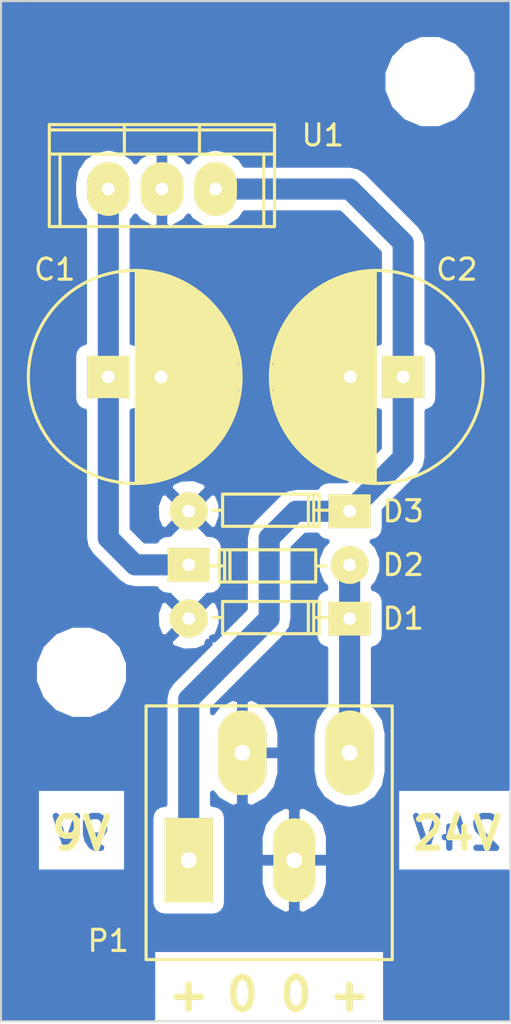
<source format=kicad_pcb>
(kicad_pcb (version 4) (host pcbnew 4.0.2-stable)

  (general
    (links 13)
    (no_connects 0)
    (area 132.307857 89.625 168.682143 139.750001)
    (thickness 1.6)
    (drawings 17)
    (tracks 16)
    (zones 0)
    (modules 9)
    (nets 5)
  )

  (page A4)
  (layers
    (0 F.Cu signal)
    (31 B.Cu signal)
    (32 B.Adhes user)
    (33 F.Adhes user)
    (34 B.Paste user)
    (35 F.Paste user)
    (36 B.SilkS user)
    (37 F.SilkS user)
    (38 B.Mask user)
    (39 F.Mask user)
    (40 Dwgs.User user)
    (41 Cmts.User user)
    (42 Eco1.User user)
    (43 Eco2.User user)
    (44 Edge.Cuts user)
    (45 Margin user)
    (46 B.CrtYd user)
    (47 F.CrtYd user)
    (48 B.Fab user)
    (49 F.Fab user)
  )

  (setup
    (last_trace_width 1)
    (trace_clearance 0.5)
    (zone_clearance 0.508)
    (zone_45_only no)
    (trace_min 0.2)
    (segment_width 0.2)
    (edge_width 0.1)
    (via_size 0.6)
    (via_drill 0.4)
    (via_min_size 0.4)
    (via_min_drill 0.3)
    (uvia_size 0.3)
    (uvia_drill 0.1)
    (uvias_allowed no)
    (uvia_min_size 0.2)
    (uvia_min_drill 0.1)
    (pcb_text_width 0.3)
    (pcb_text_size 1.5 1.5)
    (mod_edge_width 0.15)
    (mod_text_size 1 1)
    (mod_text_width 0.15)
    (pad_size 3.2 3.2)
    (pad_drill 3.2)
    (pad_to_mask_clearance 0)
    (aux_axis_origin 0 0)
    (visible_elements FFFFFF7F)
    (pcbplotparams
      (layerselection 0x00020_00000000)
      (usegerberextensions false)
      (excludeedgelayer true)
      (linewidth 0.100000)
      (plotframeref false)
      (viasonmask false)
      (mode 1)
      (useauxorigin false)
      (hpglpennumber 1)
      (hpglpenspeed 20)
      (hpglpendiameter 15)
      (hpglpenoverlay 2)
      (psnegative false)
      (psa4output false)
      (plotreference true)
      (plotvalue true)
      (plotinvisibletext false)
      (padsonsilk false)
      (subtractmaskfromsilk false)
      (outputformat 4)
      (mirror false)
      (drillshape 0)
      (scaleselection 1)
      (outputdirectory ""))
  )

  (net 0 "")
  (net 1 "Net-(C1-Pad1)")
  (net 2 GND)
  (net 3 "Net-(C2-Pad1)")
  (net 4 "Net-(D1-Pad1)")

  (net_class Default "This is the default net class."
    (clearance 0.5)
    (trace_width 1)
    (via_dia 0.6)
    (via_drill 0.4)
    (uvia_dia 0.3)
    (uvia_drill 0.1)
    (add_net GND)
    (add_net "Net-(C1-Pad1)")
    (add_net "Net-(C2-Pad1)")
    (add_net "Net-(D1-Pad1)")
  )

  (net_class 1 ""
    (clearance 0.5)
    (trace_width 2)
    (via_dia 0.6)
    (via_drill 0.4)
    (uvia_dia 0.3)
    (uvia_drill 0.1)
  )

  (module Dynamite:Diode_DO-35_SOD27_Horizontal_RM7,62 (layer F.Cu) (tedit 56E2BE46) (tstamp 56E27C81)
    (at 154.94 120.65 180)
    (descr "Diode, DO-35,  SOD27, Horizontal, RM 10mm")
    (tags "Diode, DO-35, SOD27, Horizontal, RM 10mm, 1N4148,")
    (path /53F1F707)
    (fp_text reference D1 (at -2.54 0 180) (layer F.SilkS)
      (effects (font (size 1 1) (thickness 0.15)))
    )
    (fp_text value 1N4007 (at 4.41452 -3.55854 180) (layer F.Fab) hide
      (effects (font (size 1 1) (thickness 0.15)))
    )
    (fp_line (start 6.01652 0.04746) (end 6.5 0.04746) (layer F.SilkS) (width 0.15))
    (fp_line (start 1.57152 0.04746) (end 1 0.04746) (layer F.SilkS) (width 0.15))
    (fp_line (start 1.95252 -0.71454) (end 1.95252 0.80946) (layer F.SilkS) (width 0.15))
    (fp_line (start 1.69852 -0.71454) (end 1.69852 0.80946) (layer F.SilkS) (width 0.15))
    (fp_line (start 1.44452 0.04746) (end 1.44452 0.80946) (layer F.SilkS) (width 0.15))
    (fp_line (start 1.44452 0.80946) (end 6.01652 0.80946) (layer F.SilkS) (width 0.15))
    (fp_line (start 6.01652 0.80946) (end 6.01652 -0.71454) (layer F.SilkS) (width 0.15))
    (fp_line (start 6.01652 -0.71454) (end 1.44452 -0.71454) (layer F.SilkS) (width 0.15))
    (fp_line (start 1.44452 -0.71454) (end 1.44452 0.04746) (layer F.SilkS) (width 0.15))
    (pad 2 thru_hole circle (at 7.62 0) (size 1.8 1.8) (drill 0.6) (layers *.Cu *.Mask F.SilkS)
      (net 2 GND))
    (pad 1 thru_hole rect (at 0.00052 -0.00254) (size 2 1.6) (drill 0.6) (layers *.Cu *.Mask F.SilkS)
      (net 4 "Net-(D1-Pad1)"))
    (model Diodes_ThroughHole.3dshapes/Diode_DO-35_SOD27_Horizontal_RM10.wrl
      (at (xyz 0.2 0 0))
      (scale (xyz 0.4 0.4 0.4))
      (rotate (xyz 0 0 180))
    )
  )

  (module Dynamite:Diode_DO-35_SOD27_Horizontal_RM7,62 (layer F.Cu) (tedit 56E2BE3F) (tstamp 56E27C90)
    (at 147.32 118.11)
    (descr "Diode, DO-35,  SOD27, Horizontal, RM 10mm")
    (tags "Diode, DO-35, SOD27, Horizontal, RM 10mm, 1N4148,")
    (path /53F1F6F8)
    (fp_text reference D2 (at 10.16 0) (layer F.SilkS)
      (effects (font (size 1 1) (thickness 0.15)))
    )
    (fp_text value 1N4007 (at 4.41452 -3.55854) (layer F.Fab) hide
      (effects (font (size 1 1) (thickness 0.15)))
    )
    (fp_line (start 6.01652 0.04746) (end 6.5 0.04746) (layer F.SilkS) (width 0.15))
    (fp_line (start 1.57152 0.04746) (end 1 0.04746) (layer F.SilkS) (width 0.15))
    (fp_line (start 1.95252 -0.71454) (end 1.95252 0.80946) (layer F.SilkS) (width 0.15))
    (fp_line (start 1.69852 -0.71454) (end 1.69852 0.80946) (layer F.SilkS) (width 0.15))
    (fp_line (start 1.44452 0.04746) (end 1.44452 0.80946) (layer F.SilkS) (width 0.15))
    (fp_line (start 1.44452 0.80946) (end 6.01652 0.80946) (layer F.SilkS) (width 0.15))
    (fp_line (start 6.01652 0.80946) (end 6.01652 -0.71454) (layer F.SilkS) (width 0.15))
    (fp_line (start 6.01652 -0.71454) (end 1.44452 -0.71454) (layer F.SilkS) (width 0.15))
    (fp_line (start 1.44452 -0.71454) (end 1.44452 0.04746) (layer F.SilkS) (width 0.15))
    (pad 2 thru_hole circle (at 7.62 0 180) (size 1.8 1.8) (drill 0.6) (layers *.Cu *.Mask F.SilkS)
      (net 4 "Net-(D1-Pad1)"))
    (pad 1 thru_hole rect (at 0.00052 -0.00254 180) (size 2 1.6) (drill 0.6) (layers *.Cu *.Mask F.SilkS)
      (net 1 "Net-(C1-Pad1)"))
    (model Diodes_ThroughHole.3dshapes/Diode_DO-35_SOD27_Horizontal_RM10.wrl
      (at (xyz 0.2 0 0))
      (scale (xyz 0.4 0.4 0.4))
      (rotate (xyz 0 0 180))
    )
  )

  (module Dynamite:Diode_DO-35_SOD27_Horizontal_RM7,62 (layer F.Cu) (tedit 56E2BE51) (tstamp 56E27C9F)
    (at 154.94 115.57 180)
    (descr "Diode, DO-35,  SOD27, Horizontal, RM 10mm")
    (tags "Diode, DO-35, SOD27, Horizontal, RM 10mm, 1N4148,")
    (path /56E16636)
    (fp_text reference D3 (at -2.54 0 180) (layer F.SilkS)
      (effects (font (size 1 1) (thickness 0.15)))
    )
    (fp_text value 10V (at 4.41452 -3.55854 180) (layer F.Fab) hide
      (effects (font (size 1 1) (thickness 0.15)))
    )
    (fp_line (start 6.01652 0.04746) (end 6.5 0.04746) (layer F.SilkS) (width 0.15))
    (fp_line (start 1.57152 0.04746) (end 1 0.04746) (layer F.SilkS) (width 0.15))
    (fp_line (start 1.95252 -0.71454) (end 1.95252 0.80946) (layer F.SilkS) (width 0.15))
    (fp_line (start 1.69852 -0.71454) (end 1.69852 0.80946) (layer F.SilkS) (width 0.15))
    (fp_line (start 1.44452 0.04746) (end 1.44452 0.80946) (layer F.SilkS) (width 0.15))
    (fp_line (start 1.44452 0.80946) (end 6.01652 0.80946) (layer F.SilkS) (width 0.15))
    (fp_line (start 6.01652 0.80946) (end 6.01652 -0.71454) (layer F.SilkS) (width 0.15))
    (fp_line (start 6.01652 -0.71454) (end 1.44452 -0.71454) (layer F.SilkS) (width 0.15))
    (fp_line (start 1.44452 -0.71454) (end 1.44452 0.04746) (layer F.SilkS) (width 0.15))
    (pad 2 thru_hole circle (at 7.62 0) (size 1.8 1.8) (drill 0.6) (layers *.Cu *.Mask F.SilkS)
      (net 2 GND))
    (pad 1 thru_hole rect (at 0.00052 -0.00254) (size 2 1.6) (drill 0.6) (layers *.Cu *.Mask F.SilkS)
      (net 3 "Net-(C2-Pad1)"))
    (model Diodes_ThroughHole.3dshapes/Diode_DO-35_SOD27_Horizontal_RM10.wrl
      (at (xyz 0.2 0 0))
      (scale (xyz 0.4 0.4 0.4))
      (rotate (xyz 0 0 180))
    )
  )

  (module Dynamite:Wago_250-1404 (layer F.Cu) (tedit 56E2BE29) (tstamp 56E27CAF)
    (at 147.32 132.08)
    (descr CONNECTOR)
    (tags CONNECTOR)
    (path /53F1F727)
    (attr virtual)
    (fp_text reference P1 (at -3.81 3.81) (layer F.SilkS)
      (effects (font (size 1 1) (thickness 0.15)))
    )
    (fp_text value 250-1404 (at 3.98 3.92) (layer F.Fab) hide
      (effects (font (size 1 1) (thickness 0.15)))
    )
    (fp_line (start 9.64 -7.3) (end -2.02 -7.3) (layer F.CrtYd) (width 0.05))
    (fp_line (start 9.64 4.7) (end 9.64 -7.3) (layer F.CrtYd) (width 0.05))
    (fp_line (start -2.02 4.7) (end 9.64 4.7) (layer F.CrtYd) (width 0.05))
    (fp_line (start -2.02 -7.3) (end -2.02 4.7) (layer F.CrtYd) (width 0.05))
    (fp_line (start -2.02 -7.3) (end 9.64 -7.3) (layer F.SilkS) (width 0.15))
    (fp_line (start -2.02 4.7) (end 9.64 4.7) (layer F.SilkS) (width 0.15))
    (fp_line (start -2.02 4.7) (end -2.02 -7.3) (layer F.SilkS) (width 0.15))
    (fp_line (start 9.64 -7.3) (end 9.64 4.7) (layer F.SilkS) (width 0.15))
    (pad 4 thru_hole oval (at 7.62 -5.08) (size 2.3 4) (drill 0.75) (layers *.Cu F.Paste F.SilkS F.Mask)
      (net 4 "Net-(D1-Pad1)"))
    (pad 2 thru_hole oval (at 2.54 -5.08) (size 2.3 4) (drill 0.75) (layers *.Cu F.Paste F.SilkS F.Mask)
      (net 2 GND))
    (pad 1 thru_hole rect (at 0 0) (size 2.3 4) (drill 0.75) (layers *.Cu F.Paste F.SilkS F.Mask)
      (net 3 "Net-(C2-Pad1)"))
    (pad 3 thru_hole oval (at 5 0) (size 1.9812 3.9624) (drill 0.75) (layers *.Cu F.Paste F.SilkS F.Mask)
      (net 2 GND))
  )

  (module Dynamite:TO-220 (layer F.Cu) (tedit 56E2BE69) (tstamp 56E27CC0)
    (at 146.05 100.33)
    (descr "Non Isolated JEDEC TO-220 Package")
    (tags "Power Integration YN Package")
    (path /53F1F6B1)
    (fp_text reference U1 (at 7.62 -2.54) (layer F.SilkS)
      (effects (font (size 1 1) (thickness 0.15)))
    )
    (fp_text value R-78C9-1,0 (at 0 -4.318) (layer F.Fab) hide
      (effects (font (size 1 1) (thickness 0.15)))
    )
    (fp_line (start 4.826 -1.651) (end 4.826 1.778) (layer F.SilkS) (width 0.15))
    (fp_line (start -4.826 -1.651) (end -4.826 1.778) (layer F.SilkS) (width 0.15))
    (fp_line (start 5.334 -2.794) (end -5.334 -2.794) (layer F.SilkS) (width 0.15))
    (fp_line (start 1.778 -1.778) (end 1.778 -3.048) (layer F.SilkS) (width 0.15))
    (fp_line (start -1.778 -1.778) (end -1.778 -3.048) (layer F.SilkS) (width 0.15))
    (fp_line (start -5.334 -1.651) (end 5.334 -1.651) (layer F.SilkS) (width 0.15))
    (fp_line (start 5.334 1.778) (end -5.334 1.778) (layer F.SilkS) (width 0.15))
    (fp_line (start -5.334 -3.048) (end -5.334 1.778) (layer F.SilkS) (width 0.15))
    (fp_line (start 5.334 -3.048) (end 5.334 1.778) (layer F.SilkS) (width 0.15))
    (fp_line (start 5.334 -3.048) (end -5.334 -3.048) (layer F.SilkS) (width 0.15))
    (pad 2 thru_hole oval (at 0 0) (size 2.032 2.54) (drill 0.6) (layers *.Cu *.Mask F.SilkS)
      (net 2 GND))
    (pad 3 thru_hole oval (at 2.54 0) (size 2.032 2.54) (drill 0.6) (layers *.Cu *.Mask F.SilkS)
      (net 3 "Net-(C2-Pad1)"))
    (pad 1 thru_hole oval (at -2.54 0) (size 2.032 2.54) (drill 0.6) (layers *.Cu *.Mask F.SilkS)
      (net 1 "Net-(C1-Pad1)"))
  )

  (module Dynamite:C_Radial_D10_L20_P2.5 (layer F.Cu) (tedit 56E2BE64) (tstamp 56E27FDA)
    (at 143.51 109.22)
    (descr "Radial Electrolytic Capacitor Diameter 10mm x Length 20mm, Pitch 2.5mm")
    (tags "Electrolytic Capacitor")
    (path /53F1F76F)
    (fp_text reference C1 (at -2.54 -5.08) (layer F.SilkS)
      (effects (font (size 1 1) (thickness 0.15)))
    )
    (fp_text value 10uF (at 1.25 6.3) (layer F.Fab) hide
      (effects (font (size 1 1) (thickness 0.15)))
    )
    (fp_line (start 1.325 -4.999) (end 1.325 4.999) (layer F.SilkS) (width 0.15))
    (fp_line (start 1.465 -4.995) (end 1.465 4.995) (layer F.SilkS) (width 0.15))
    (fp_line (start 1.605 -4.987) (end 1.605 -0.446) (layer F.SilkS) (width 0.15))
    (fp_line (start 1.605 0.446) (end 1.605 4.987) (layer F.SilkS) (width 0.15))
    (fp_line (start 1.745 -4.975) (end 1.745 -0.656) (layer F.SilkS) (width 0.15))
    (fp_line (start 1.745 0.656) (end 1.745 4.975) (layer F.SilkS) (width 0.15))
    (fp_line (start 1.885 -4.96) (end 1.885 -0.789) (layer F.SilkS) (width 0.15))
    (fp_line (start 1.885 0.789) (end 1.885 4.96) (layer F.SilkS) (width 0.15))
    (fp_line (start 2.025 -4.94) (end 2.025 -0.88) (layer F.SilkS) (width 0.15))
    (fp_line (start 2.025 0.88) (end 2.025 4.94) (layer F.SilkS) (width 0.15))
    (fp_line (start 2.165 -4.916) (end 2.165 -0.942) (layer F.SilkS) (width 0.15))
    (fp_line (start 2.165 0.942) (end 2.165 4.916) (layer F.SilkS) (width 0.15))
    (fp_line (start 2.305 -4.887) (end 2.305 -0.981) (layer F.SilkS) (width 0.15))
    (fp_line (start 2.305 0.981) (end 2.305 4.887) (layer F.SilkS) (width 0.15))
    (fp_line (start 2.445 -4.855) (end 2.445 -0.998) (layer F.SilkS) (width 0.15))
    (fp_line (start 2.445 0.998) (end 2.445 4.855) (layer F.SilkS) (width 0.15))
    (fp_line (start 2.585 -4.818) (end 2.585 -0.996) (layer F.SilkS) (width 0.15))
    (fp_line (start 2.585 0.996) (end 2.585 4.818) (layer F.SilkS) (width 0.15))
    (fp_line (start 2.725 -4.777) (end 2.725 -0.974) (layer F.SilkS) (width 0.15))
    (fp_line (start 2.725 0.974) (end 2.725 4.777) (layer F.SilkS) (width 0.15))
    (fp_line (start 2.865 -4.732) (end 2.865 -0.931) (layer F.SilkS) (width 0.15))
    (fp_line (start 2.865 0.931) (end 2.865 4.732) (layer F.SilkS) (width 0.15))
    (fp_line (start 3.005 -4.682) (end 3.005 -0.863) (layer F.SilkS) (width 0.15))
    (fp_line (start 3.005 0.863) (end 3.005 4.682) (layer F.SilkS) (width 0.15))
    (fp_line (start 3.145 -4.627) (end 3.145 -0.764) (layer F.SilkS) (width 0.15))
    (fp_line (start 3.145 0.764) (end 3.145 4.627) (layer F.SilkS) (width 0.15))
    (fp_line (start 3.285 -4.567) (end 3.285 -0.619) (layer F.SilkS) (width 0.15))
    (fp_line (start 3.285 0.619) (end 3.285 4.567) (layer F.SilkS) (width 0.15))
    (fp_line (start 3.425 -4.502) (end 3.425 -0.38) (layer F.SilkS) (width 0.15))
    (fp_line (start 3.425 0.38) (end 3.425 4.502) (layer F.SilkS) (width 0.15))
    (fp_line (start 3.565 -4.432) (end 3.565 4.432) (layer F.SilkS) (width 0.15))
    (fp_line (start 3.705 -4.356) (end 3.705 4.356) (layer F.SilkS) (width 0.15))
    (fp_line (start 3.845 -4.274) (end 3.845 4.274) (layer F.SilkS) (width 0.15))
    (fp_line (start 3.985 -4.186) (end 3.985 4.186) (layer F.SilkS) (width 0.15))
    (fp_line (start 4.125 -4.091) (end 4.125 4.091) (layer F.SilkS) (width 0.15))
    (fp_line (start 4.265 -3.989) (end 4.265 3.989) (layer F.SilkS) (width 0.15))
    (fp_line (start 4.405 -3.879) (end 4.405 3.879) (layer F.SilkS) (width 0.15))
    (fp_line (start 4.545 -3.761) (end 4.545 3.761) (layer F.SilkS) (width 0.15))
    (fp_line (start 4.685 -3.633) (end 4.685 3.633) (layer F.SilkS) (width 0.15))
    (fp_line (start 4.825 -3.496) (end 4.825 3.496) (layer F.SilkS) (width 0.15))
    (fp_line (start 4.965 -3.346) (end 4.965 3.346) (layer F.SilkS) (width 0.15))
    (fp_line (start 5.105 -3.184) (end 5.105 3.184) (layer F.SilkS) (width 0.15))
    (fp_line (start 5.245 -3.007) (end 5.245 3.007) (layer F.SilkS) (width 0.15))
    (fp_line (start 5.385 -2.811) (end 5.385 2.811) (layer F.SilkS) (width 0.15))
    (fp_line (start 5.525 -2.593) (end 5.525 2.593) (layer F.SilkS) (width 0.15))
    (fp_line (start 5.665 -2.347) (end 5.665 2.347) (layer F.SilkS) (width 0.15))
    (fp_line (start 5.805 -2.062) (end 5.805 2.062) (layer F.SilkS) (width 0.15))
    (fp_line (start 5.945 -1.72) (end 5.945 1.72) (layer F.SilkS) (width 0.15))
    (fp_line (start 6.085 -1.274) (end 6.085 1.274) (layer F.SilkS) (width 0.15))
    (fp_line (start 6.225 -0.499) (end 6.225 0.499) (layer F.SilkS) (width 0.15))
    (fp_circle (center 2.5 0) (end 2.5 -1) (layer F.SilkS) (width 0.15))
    (fp_circle (center 1.25 0) (end 1.25 -5.0375) (layer F.SilkS) (width 0.15))
    (fp_circle (center 1.25 0) (end 1.25 -5.3) (layer F.CrtYd) (width 0.05))
    (pad 2 thru_hole circle (at 2.5 0) (size 2 2) (drill 0.6) (layers *.Cu *.Mask F.SilkS)
      (net 2 GND))
    (pad 1 thru_hole rect (at 0 0) (size 2 2) (drill 0.6) (layers *.Cu *.Mask F.SilkS)
      (net 1 "Net-(C1-Pad1)"))
    (model Capacitors_ThroughHole.3dshapes/C_Radial_D10_L20_P2.5.wrl
      (at (xyz 0 0 0))
      (scale (xyz 1 1 1))
      (rotate (xyz 0 0 0))
    )
  )

  (module Dynamite:C_Radial_D10_L20_P2.5 (layer F.Cu) (tedit 56E2BE5E) (tstamp 56E28014)
    (at 157.48 109.22 180)
    (descr "Radial Electrolytic Capacitor Diameter 10mm x Length 20mm, Pitch 2.5mm")
    (tags "Electrolytic Capacitor")
    (path /53F1F77E)
    (fp_text reference C2 (at -2.54 5.08 180) (layer F.SilkS)
      (effects (font (size 1 1) (thickness 0.15)))
    )
    (fp_text value 10uF (at 1.25 6.3 180) (layer F.Fab) hide
      (effects (font (size 1 1) (thickness 0.15)))
    )
    (fp_line (start 1.325 -4.999) (end 1.325 4.999) (layer F.SilkS) (width 0.15))
    (fp_line (start 1.465 -4.995) (end 1.465 4.995) (layer F.SilkS) (width 0.15))
    (fp_line (start 1.605 -4.987) (end 1.605 -0.446) (layer F.SilkS) (width 0.15))
    (fp_line (start 1.605 0.446) (end 1.605 4.987) (layer F.SilkS) (width 0.15))
    (fp_line (start 1.745 -4.975) (end 1.745 -0.656) (layer F.SilkS) (width 0.15))
    (fp_line (start 1.745 0.656) (end 1.745 4.975) (layer F.SilkS) (width 0.15))
    (fp_line (start 1.885 -4.96) (end 1.885 -0.789) (layer F.SilkS) (width 0.15))
    (fp_line (start 1.885 0.789) (end 1.885 4.96) (layer F.SilkS) (width 0.15))
    (fp_line (start 2.025 -4.94) (end 2.025 -0.88) (layer F.SilkS) (width 0.15))
    (fp_line (start 2.025 0.88) (end 2.025 4.94) (layer F.SilkS) (width 0.15))
    (fp_line (start 2.165 -4.916) (end 2.165 -0.942) (layer F.SilkS) (width 0.15))
    (fp_line (start 2.165 0.942) (end 2.165 4.916) (layer F.SilkS) (width 0.15))
    (fp_line (start 2.305 -4.887) (end 2.305 -0.981) (layer F.SilkS) (width 0.15))
    (fp_line (start 2.305 0.981) (end 2.305 4.887) (layer F.SilkS) (width 0.15))
    (fp_line (start 2.445 -4.855) (end 2.445 -0.998) (layer F.SilkS) (width 0.15))
    (fp_line (start 2.445 0.998) (end 2.445 4.855) (layer F.SilkS) (width 0.15))
    (fp_line (start 2.585 -4.818) (end 2.585 -0.996) (layer F.SilkS) (width 0.15))
    (fp_line (start 2.585 0.996) (end 2.585 4.818) (layer F.SilkS) (width 0.15))
    (fp_line (start 2.725 -4.777) (end 2.725 -0.974) (layer F.SilkS) (width 0.15))
    (fp_line (start 2.725 0.974) (end 2.725 4.777) (layer F.SilkS) (width 0.15))
    (fp_line (start 2.865 -4.732) (end 2.865 -0.931) (layer F.SilkS) (width 0.15))
    (fp_line (start 2.865 0.931) (end 2.865 4.732) (layer F.SilkS) (width 0.15))
    (fp_line (start 3.005 -4.682) (end 3.005 -0.863) (layer F.SilkS) (width 0.15))
    (fp_line (start 3.005 0.863) (end 3.005 4.682) (layer F.SilkS) (width 0.15))
    (fp_line (start 3.145 -4.627) (end 3.145 -0.764) (layer F.SilkS) (width 0.15))
    (fp_line (start 3.145 0.764) (end 3.145 4.627) (layer F.SilkS) (width 0.15))
    (fp_line (start 3.285 -4.567) (end 3.285 -0.619) (layer F.SilkS) (width 0.15))
    (fp_line (start 3.285 0.619) (end 3.285 4.567) (layer F.SilkS) (width 0.15))
    (fp_line (start 3.425 -4.502) (end 3.425 -0.38) (layer F.SilkS) (width 0.15))
    (fp_line (start 3.425 0.38) (end 3.425 4.502) (layer F.SilkS) (width 0.15))
    (fp_line (start 3.565 -4.432) (end 3.565 4.432) (layer F.SilkS) (width 0.15))
    (fp_line (start 3.705 -4.356) (end 3.705 4.356) (layer F.SilkS) (width 0.15))
    (fp_line (start 3.845 -4.274) (end 3.845 4.274) (layer F.SilkS) (width 0.15))
    (fp_line (start 3.985 -4.186) (end 3.985 4.186) (layer F.SilkS) (width 0.15))
    (fp_line (start 4.125 -4.091) (end 4.125 4.091) (layer F.SilkS) (width 0.15))
    (fp_line (start 4.265 -3.989) (end 4.265 3.989) (layer F.SilkS) (width 0.15))
    (fp_line (start 4.405 -3.879) (end 4.405 3.879) (layer F.SilkS) (width 0.15))
    (fp_line (start 4.545 -3.761) (end 4.545 3.761) (layer F.SilkS) (width 0.15))
    (fp_line (start 4.685 -3.633) (end 4.685 3.633) (layer F.SilkS) (width 0.15))
    (fp_line (start 4.825 -3.496) (end 4.825 3.496) (layer F.SilkS) (width 0.15))
    (fp_line (start 4.965 -3.346) (end 4.965 3.346) (layer F.SilkS) (width 0.15))
    (fp_line (start 5.105 -3.184) (end 5.105 3.184) (layer F.SilkS) (width 0.15))
    (fp_line (start 5.245 -3.007) (end 5.245 3.007) (layer F.SilkS) (width 0.15))
    (fp_line (start 5.385 -2.811) (end 5.385 2.811) (layer F.SilkS) (width 0.15))
    (fp_line (start 5.525 -2.593) (end 5.525 2.593) (layer F.SilkS) (width 0.15))
    (fp_line (start 5.665 -2.347) (end 5.665 2.347) (layer F.SilkS) (width 0.15))
    (fp_line (start 5.805 -2.062) (end 5.805 2.062) (layer F.SilkS) (width 0.15))
    (fp_line (start 5.945 -1.72) (end 5.945 1.72) (layer F.SilkS) (width 0.15))
    (fp_line (start 6.085 -1.274) (end 6.085 1.274) (layer F.SilkS) (width 0.15))
    (fp_line (start 6.225 -0.499) (end 6.225 0.499) (layer F.SilkS) (width 0.15))
    (fp_circle (center 2.5 0) (end 2.5 -1) (layer F.SilkS) (width 0.15))
    (fp_circle (center 1.25 0) (end 1.25 -5.0375) (layer F.SilkS) (width 0.15))
    (fp_circle (center 1.25 0) (end 1.25 -5.3) (layer F.CrtYd) (width 0.05))
    (pad 2 thru_hole circle (at 2.5 0 180) (size 2 2) (drill 0.6) (layers *.Cu *.Mask F.SilkS)
      (net 2 GND))
    (pad 1 thru_hole rect (at 0 0 180) (size 2 2) (drill 0.6) (layers *.Cu *.Mask F.SilkS)
      (net 3 "Net-(C2-Pad1)"))
    (model Capacitors_ThroughHole.3dshapes/C_Radial_D10_L20_P2.5.wrl
      (at (xyz 0 0 0))
      (scale (xyz 1 1 1))
      (rotate (xyz 0 0 0))
    )
  )

  (module Mounting_Holes:MountingHole_3.2mm_M3 (layer F.Cu) (tedit 56E2BE2F) (tstamp 56E2BD02)
    (at 142.24 123.19)
    (descr "Mounting Hole 3.2mm, no annular, M3")
    (tags "mounting hole 3.2mm no annular m3")
    (fp_text reference REF** (at 0 -4.2) (layer F.SilkS) hide
      (effects (font (size 1 1) (thickness 0.15)))
    )
    (fp_text value MountingHole_3.2mm_M3 (at 0 4.2) (layer F.Fab) hide
      (effects (font (size 1 1) (thickness 0.15)))
    )
    (fp_circle (center 0 0) (end 3.2 0) (layer Cmts.User) (width 0.15))
    (fp_circle (center 0 0) (end 3.45 0) (layer F.CrtYd) (width 0.05))
    (pad "" np_thru_hole circle (at 0 0) (size 3.2 3.2) (drill 3.2) (layers *.Cu *.Mask))
  )

  (module Mounting_Holes:MountingHole_3.2mm_M3 (layer F.Cu) (tedit 56E2BE73) (tstamp 56E2BD05)
    (at 158.75 95.25)
    (descr "Mounting Hole 3.2mm, no annular, M3")
    (tags "mounting hole 3.2mm no annular m3")
    (fp_text reference REF** (at 0 -4.2) (layer F.SilkS) hide
      (effects (font (size 1 1) (thickness 0.15)))
    )
    (fp_text value MountingHole_3.2mm_M3 (at 0 4.2) (layer F.Fab) hide
      (effects (font (size 1 1) (thickness 0.15)))
    )
    (fp_circle (center 0 0) (end 3.2 0) (layer Cmts.User) (width 0.15))
    (fp_circle (center 0 0) (end 3.45 0) (layer F.CrtYd) (width 0.05))
    (pad "" np_thru_hole circle (at 0 0) (size 3.2 3.2) (drill 3.2) (layers *.Cu *.Mask))
  )

  (gr_text + (at 154.94 138.43) (layer F.SilkS)
    (effects (font (size 1.5 1.5) (thickness 0.3)))
  )
  (gr_text 0 (at 152.4 138.43) (layer F.SilkS)
    (effects (font (size 1.5 1.5) (thickness 0.3)))
  )
  (gr_text 0 (at 149.86 138.43) (layer F.SilkS)
    (effects (font (size 1.5 1.5) (thickness 0.3)))
  )
  (gr_text + (at 147.32 138.43) (layer F.SilkS)
    (effects (font (size 1.5 1.5) (thickness 0.3)))
  )
  (gr_text 9V (at 142.24 130.81) (layer F.SilkS)
    (effects (font (size 1.5 1.5) (thickness 0.3)))
  )
  (gr_text 24V (at 160.02 130.81) (layer F.SilkS)
    (effects (font (size 1.5 1.5) (thickness 0.3)))
  )
  (gr_line (start 138.43 91.44) (end 139.7 91.44) (angle 90) (layer Edge.Cuts) (width 0.1))
  (gr_line (start 138.43 139.7) (end 138.43 91.44) (angle 90) (layer Edge.Cuts) (width 0.1))
  (gr_line (start 162.56 139.7) (end 138.43 139.7) (angle 90) (layer Edge.Cuts) (width 0.1))
  (gr_line (start 162.56 91.44) (end 162.56 139.7) (angle 90) (layer Edge.Cuts) (width 0.1))
  (gr_line (start 138.43 91.44) (end 162.56 91.44) (angle 90) (layer Edge.Cuts) (width 0.1))
  (gr_text + (at 154.94 138.43) (layer B.Cu)
    (effects (font (size 1.5 1.5) (thickness 0.3)) (justify mirror))
  )
  (gr_text 0 (at 152.4 138.43) (layer B.Cu)
    (effects (font (size 1.5 1.5) (thickness 0.3)) (justify mirror))
  )
  (gr_text 0 (at 149.86 138.43) (layer B.Cu)
    (effects (font (size 1.5 1.5) (thickness 0.3)) (justify mirror))
  )
  (gr_text + (at 147.32 138.43) (layer B.Cu)
    (effects (font (size 1.5 1.5) (thickness 0.3)) (justify mirror))
  )
  (gr_text 9V (at 142.24 130.81) (layer B.Cu)
    (effects (font (size 1.5 1.5) (thickness 0.3)) (justify mirror))
  )
  (gr_text 24V (at 160.02 130.81) (layer B.Cu)
    (effects (font (size 1.5 1.5) (thickness 0.3)) (justify mirror))
  )

  (segment (start 143.51 109.22) (end 143.51 100.33) (width 1) (layer B.Cu) (net 1))
  (segment (start 143.51 109.22) (end 143.51 116.84) (width 1) (layer B.Cu) (net 1))
  (segment (start 144.77746 118.10746) (end 147.32052 118.10746) (width 1) (layer B.Cu) (net 1) (tstamp 56E2B9B5))
  (segment (start 143.51 116.84) (end 144.77746 118.10746) (width 1) (layer B.Cu) (net 1) (tstamp 56E2B9B1))
  (segment (start 148.59 100.33) (end 154.94 100.33) (width 1) (layer B.Cu) (net 3))
  (segment (start 157.48 102.87) (end 157.48 109.22) (width 1) (layer B.Cu) (net 3) (tstamp 56E2BD27))
  (segment (start 154.94 100.33) (end 157.48 102.87) (width 1) (layer B.Cu) (net 3) (tstamp 56E2BD26))
  (segment (start 147.32 132.08) (end 147.32 124.46) (width 1) (layer B.Cu) (net 3))
  (segment (start 152.39746 115.57254) (end 154.93948 115.57254) (width 1) (layer B.Cu) (net 3) (tstamp 56E2BA1D))
  (segment (start 151.13 116.84) (end 152.39746 115.57254) (width 1) (layer B.Cu) (net 3) (tstamp 56E2BA1B))
  (segment (start 151.13 120.65) (end 151.13 116.84) (width 1) (layer B.Cu) (net 3) (tstamp 56E2BA14))
  (segment (start 147.32 124.46) (end 151.13 120.65) (width 1) (layer B.Cu) (net 3) (tstamp 56E2BA09))
  (segment (start 157.48 109.22) (end 157.48 113.03202) (width 1) (layer B.Cu) (net 3))
  (segment (start 157.48 113.03202) (end 154.93948 115.57254) (width 1) (layer B.Cu) (net 3) (tstamp 56E2B9C9))
  (segment (start 154.94 127) (end 154.94 120.65306) (width 1) (layer B.Cu) (net 4))
  (segment (start 154.94 120.65306) (end 154.94 118.11) (width 1) (layer B.Cu) (net 4) (tstamp 56E2BA00))

  (zone (net 2) (net_name GND) (layer B.Cu) (tstamp 56E2BA44) (hatch edge 0.508)
    (connect_pads (clearance 0.508))
    (min_thickness 0.254)
    (fill yes (arc_segments 16) (thermal_gap 0.508) (thermal_bridge_width 0.508))
    (polygon
      (pts
        (xy 162.56 139.7) (xy 138.43 139.7) (xy 138.43 91.44) (xy 162.56 91.44) (xy 162.56 139.7)
      )
    )
    (filled_polygon
      (pts
        (xy 162.433 128.675) (xy 157.163572 128.675) (xy 157.163572 132.645) (xy 162.433 132.645) (xy 162.433 139.573)
        (xy 156.653572 139.573) (xy 156.653572 136.295) (xy 145.606429 136.295) (xy 145.606429 139.573) (xy 138.557 139.573)
        (xy 138.557 128.675) (xy 140.097858 128.675) (xy 140.097858 132.645) (xy 144.382143 132.645) (xy 144.382143 130.08)
        (xy 145.52256 130.08) (xy 145.52256 134.08) (xy 145.566838 134.315317) (xy 145.70591 134.531441) (xy 145.91811 134.676431)
        (xy 146.17 134.72744) (xy 148.47 134.72744) (xy 148.705317 134.683162) (xy 148.921441 134.54409) (xy 149.066431 134.33189)
        (xy 149.11744 134.08) (xy 149.11744 132.207) (xy 150.6944 132.207) (xy 150.6944 133.1976) (xy 150.866742 133.810023)
        (xy 151.26033 134.309876) (xy 151.815243 134.62106) (xy 151.941041 134.651411) (xy 152.193 134.531942) (xy 152.193 132.207)
        (xy 152.447 132.207) (xy 152.447 134.531942) (xy 152.698959 134.651411) (xy 152.824757 134.62106) (xy 153.37967 134.309876)
        (xy 153.773258 133.810023) (xy 153.9456 133.1976) (xy 153.9456 132.207) (xy 152.447 132.207) (xy 152.193 132.207)
        (xy 150.6944 132.207) (xy 149.11744 132.207) (xy 149.11744 130.9624) (xy 150.6944 130.9624) (xy 150.6944 131.953)
        (xy 152.193 131.953) (xy 152.193 129.628058) (xy 152.447 129.628058) (xy 152.447 131.953) (xy 153.9456 131.953)
        (xy 153.9456 130.9624) (xy 153.773258 130.349977) (xy 153.37967 129.850124) (xy 152.824757 129.53894) (xy 152.698959 129.508589)
        (xy 152.447 129.628058) (xy 152.193 129.628058) (xy 151.941041 129.508589) (xy 151.815243 129.53894) (xy 151.26033 129.850124)
        (xy 150.866742 130.349977) (xy 150.6944 130.9624) (xy 149.11744 130.9624) (xy 149.11744 130.08) (xy 149.073162 129.844683)
        (xy 148.93409 129.628559) (xy 148.72189 129.483569) (xy 148.47 129.43256) (xy 148.455 129.43256) (xy 148.455 128.902312)
        (xy 148.687617 129.201988) (xy 149.294243 129.547726) (xy 149.456036 129.588688) (xy 149.733 129.471283) (xy 149.733 127.127)
        (xy 149.987 127.127) (xy 149.987 129.471283) (xy 150.263964 129.588688) (xy 150.425757 129.547726) (xy 151.032383 129.201988)
        (xy 151.460524 128.650423) (xy 151.645 127.977) (xy 151.645 127.127) (xy 149.987 127.127) (xy 149.733 127.127)
        (xy 149.713 127.127) (xy 149.713 126.873) (xy 149.733 126.873) (xy 149.733 124.528717) (xy 149.987 124.528717)
        (xy 149.987 126.873) (xy 151.645 126.873) (xy 151.645 126.023) (xy 151.460524 125.349577) (xy 151.032383 124.798012)
        (xy 150.425757 124.452274) (xy 150.263964 124.411312) (xy 149.987 124.528717) (xy 149.733 124.528717) (xy 149.456036 124.411312)
        (xy 149.294243 124.452274) (xy 148.687617 124.798012) (xy 148.455 125.097688) (xy 148.455 124.930132) (xy 151.932566 121.452566)
        (xy 152.178604 121.084345) (xy 152.265 120.65) (xy 152.265 117.310132) (xy 152.867592 116.70754) (xy 153.400462 116.70754)
        (xy 153.47539 116.823981) (xy 153.68759 116.968971) (xy 153.872747 117.006466) (xy 153.639449 117.239357) (xy 153.405267 117.80333)
        (xy 153.404735 118.413991) (xy 153.637932 118.978371) (xy 153.805 119.145731) (xy 153.805 119.230404) (xy 153.704163 119.249378)
        (xy 153.488039 119.38845) (xy 153.343049 119.60065) (xy 153.29204 119.85254) (xy 153.29204 121.45254) (xy 153.336318 121.687857)
        (xy 153.47539 121.903981) (xy 153.68759 122.048971) (xy 153.805 122.072747) (xy 153.805 124.751208) (xy 153.677814 124.836191)
        (xy 153.290875 125.415287) (xy 153.155 126.098377) (xy 153.155 127.901623) (xy 153.290875 128.584713) (xy 153.677814 129.163809)
        (xy 154.25691 129.550748) (xy 154.94 129.686623) (xy 155.62309 129.550748) (xy 156.202186 129.163809) (xy 156.589125 128.584713)
        (xy 156.725 127.901623) (xy 156.725 126.098377) (xy 156.589125 125.415287) (xy 156.202186 124.836191) (xy 156.075 124.751208)
        (xy 156.075 122.07448) (xy 156.174797 122.055702) (xy 156.390921 121.91663) (xy 156.535911 121.70443) (xy 156.58692 121.45254)
        (xy 156.58692 119.85254) (xy 156.542642 119.617223) (xy 156.40357 119.401099) (xy 156.19137 119.256109) (xy 156.075 119.232543)
        (xy 156.075 119.145905) (xy 156.240551 118.980643) (xy 156.474733 118.41667) (xy 156.475265 117.806009) (xy 156.242068 117.241629)
        (xy 156.007946 117.007097) (xy 156.174797 116.975702) (xy 156.390921 116.83663) (xy 156.535911 116.62443) (xy 156.58692 116.37254)
        (xy 156.58692 115.530232) (xy 158.282566 113.834586) (xy 158.528603 113.466366) (xy 158.615 113.03202) (xy 158.615 110.842038)
        (xy 158.715317 110.823162) (xy 158.931441 110.68409) (xy 159.076431 110.47189) (xy 159.12744 110.22) (xy 159.12744 108.22)
        (xy 159.083162 107.984683) (xy 158.94409 107.768559) (xy 158.73189 107.623569) (xy 158.615 107.599898) (xy 158.615 102.87)
        (xy 158.528603 102.435654) (xy 158.282566 102.067433) (xy 155.742566 99.527434) (xy 155.374346 99.281397) (xy 154.94 99.195)
        (xy 149.973759 99.195) (xy 149.757433 98.871246) (xy 149.22181 98.513354) (xy 148.59 98.387679) (xy 147.95819 98.513354)
        (xy 147.422567 98.871246) (xy 147.305946 99.045781) (xy 147.12763 98.818764) (xy 146.564477 98.502074) (xy 146.432944 98.470025)
        (xy 146.177 98.589164) (xy 146.177 100.203) (xy 146.197 100.203) (xy 146.197 100.457) (xy 146.177 100.457)
        (xy 146.177 102.070836) (xy 146.432944 102.189975) (xy 146.564477 102.157926) (xy 147.12763 101.841236) (xy 147.305946 101.614219)
        (xy 147.422567 101.788754) (xy 147.95819 102.146646) (xy 148.59 102.272321) (xy 149.22181 102.146646) (xy 149.757433 101.788754)
        (xy 149.973759 101.465) (xy 154.469868 101.465) (xy 156.345 103.340133) (xy 156.345 107.597962) (xy 156.244683 107.616838)
        (xy 156.028559 107.75591) (xy 155.904737 107.937129) (xy 155.854264 107.800613) (xy 155.244539 107.574092) (xy 154.59454 107.598144)
        (xy 154.105736 107.800613) (xy 154.007073 108.067468) (xy 154.98 109.040395) (xy 154.994143 109.026253) (xy 155.173748 109.205858)
        (xy 155.159605 109.22) (xy 155.173748 109.234143) (xy 154.994143 109.413748) (xy 154.98 109.399605) (xy 154.007073 110.372532)
        (xy 154.105736 110.639387) (xy 154.715461 110.865908) (xy 155.36546 110.841856) (xy 155.854264 110.639387) (xy 155.905723 110.500205)
        (xy 156.01591 110.671441) (xy 156.22811 110.816431) (xy 156.345 110.840102) (xy 156.345 112.561888) (xy 154.781788 114.1251)
        (xy 153.93948 114.1251) (xy 153.704163 114.169378) (xy 153.488039 114.30845) (xy 153.399836 114.43754) (xy 152.39746 114.43754)
        (xy 151.963114 114.523937) (xy 151.745345 114.669446) (xy 151.594894 114.769974) (xy 150.327434 116.037434) (xy 150.081397 116.405654)
        (xy 149.995 116.84) (xy 149.995 120.179868) (xy 148.512238 121.66263) (xy 148.400161 121.550553) (xy 148.656643 121.464148)
        (xy 148.866458 120.890664) (xy 148.840839 120.28054) (xy 148.656643 119.835852) (xy 148.400159 119.749446) (xy 147.499605 120.65)
        (xy 147.513748 120.664143) (xy 147.334143 120.843748) (xy 147.32 120.829605) (xy 146.419446 121.730159) (xy 146.505852 121.986643)
        (xy 147.079336 122.196458) (xy 147.68946 122.170839) (xy 148.134148 121.986643) (xy 148.220553 121.730161) (xy 148.33263 121.842238)
        (xy 146.517434 123.657434) (xy 146.271397 124.025654) (xy 146.185 124.46) (xy 146.185 129.43256) (xy 146.17 129.43256)
        (xy 145.934683 129.476838) (xy 145.718559 129.61591) (xy 145.573569 129.82811) (xy 145.52256 130.08) (xy 144.382143 130.08)
        (xy 144.382143 128.675) (xy 140.097858 128.675) (xy 138.557 128.675) (xy 138.557 123.632619) (xy 140.004613 123.632619)
        (xy 140.344155 124.454372) (xy 140.972321 125.083636) (xy 141.793481 125.424611) (xy 142.682619 125.425387) (xy 143.504372 125.085845)
        (xy 144.133636 124.457679) (xy 144.474611 123.636519) (xy 144.475387 122.747381) (xy 144.135845 121.925628) (xy 143.507679 121.296364)
        (xy 142.686519 120.955389) (xy 141.797381 120.954613) (xy 140.975628 121.294155) (xy 140.346364 121.922321) (xy 140.005389 122.743481)
        (xy 140.004613 123.632619) (xy 138.557 123.632619) (xy 138.557 120.409336) (xy 145.773542 120.409336) (xy 145.799161 121.01946)
        (xy 145.983357 121.464148) (xy 146.239841 121.550554) (xy 147.140395 120.65) (xy 146.239841 119.749446) (xy 145.983357 119.835852)
        (xy 145.773542 120.409336) (xy 138.557 120.409336) (xy 138.557 100.038679) (xy 141.859 100.038679) (xy 141.859 100.621321)
        (xy 141.984675 101.253131) (xy 142.342567 101.788754) (xy 142.375 101.810425) (xy 142.375 107.597962) (xy 142.274683 107.616838)
        (xy 142.058559 107.75591) (xy 141.913569 107.96811) (xy 141.86256 108.22) (xy 141.86256 110.22) (xy 141.906838 110.455317)
        (xy 142.04591 110.671441) (xy 142.25811 110.816431) (xy 142.375 110.840102) (xy 142.375 116.84) (xy 142.461397 117.274346)
        (xy 142.707434 117.642566) (xy 143.974894 118.910026) (xy 144.343114 119.156063) (xy 144.77746 119.24246) (xy 145.781502 119.24246)
        (xy 145.85643 119.358901) (xy 146.06863 119.503891) (xy 146.32052 119.5549) (xy 146.424479 119.5549) (xy 146.419446 119.569841)
        (xy 147.32 120.470395) (xy 148.220554 119.569841) (xy 148.215521 119.5549) (xy 148.32052 119.5549) (xy 148.555837 119.510622)
        (xy 148.771961 119.37155) (xy 148.916951 119.15935) (xy 148.96796 118.90746) (xy 148.96796 117.30746) (xy 148.923682 117.072143)
        (xy 148.78461 116.856019) (xy 148.57241 116.711029) (xy 148.32052 116.66002) (xy 148.217232 116.66002) (xy 148.220554 116.650159)
        (xy 147.32 115.749605) (xy 146.419446 116.650159) (xy 146.422768 116.66002) (xy 146.32052 116.66002) (xy 146.085203 116.704298)
        (xy 145.869079 116.84337) (xy 145.780876 116.97246) (xy 145.247592 116.97246) (xy 144.645 116.369868) (xy 144.645 115.329336)
        (xy 145.773542 115.329336) (xy 145.799161 115.93946) (xy 145.983357 116.384148) (xy 146.239841 116.470554) (xy 147.140395 115.57)
        (xy 147.499605 115.57) (xy 148.400159 116.470554) (xy 148.656643 116.384148) (xy 148.866458 115.810664) (xy 148.840839 115.20054)
        (xy 148.656643 114.755852) (xy 148.400159 114.669446) (xy 147.499605 115.57) (xy 147.140395 115.57) (xy 146.239841 114.669446)
        (xy 145.983357 114.755852) (xy 145.773542 115.329336) (xy 144.645 115.329336) (xy 144.645 114.489841) (xy 146.419446 114.489841)
        (xy 147.32 115.390395) (xy 148.220554 114.489841) (xy 148.134148 114.233357) (xy 147.560664 114.023542) (xy 146.95054 114.049161)
        (xy 146.505852 114.233357) (xy 146.419446 114.489841) (xy 144.645 114.489841) (xy 144.645 110.842038) (xy 144.745317 110.823162)
        (xy 144.961441 110.68409) (xy 145.085263 110.502871) (xy 145.135736 110.639387) (xy 145.745461 110.865908) (xy 146.39546 110.841856)
        (xy 146.884264 110.639387) (xy 146.982927 110.372532) (xy 146.01 109.399605) (xy 145.995858 109.413748) (xy 145.816253 109.234143)
        (xy 145.830395 109.22) (xy 146.189605 109.22) (xy 147.162532 110.192927) (xy 147.429387 110.094264) (xy 147.655908 109.484539)
        (xy 147.636331 108.955461) (xy 153.334092 108.955461) (xy 153.358144 109.60546) (xy 153.560613 110.094264) (xy 153.827468 110.192927)
        (xy 154.800395 109.22) (xy 153.827468 108.247073) (xy 153.560613 108.345736) (xy 153.334092 108.955461) (xy 147.636331 108.955461)
        (xy 147.631856 108.83454) (xy 147.429387 108.345736) (xy 147.162532 108.247073) (xy 146.189605 109.22) (xy 145.830395 109.22)
        (xy 145.816253 109.205858) (xy 145.995858 109.026253) (xy 146.01 109.040395) (xy 146.982927 108.067468) (xy 146.884264 107.800613)
        (xy 146.274539 107.574092) (xy 145.62454 107.598144) (xy 145.135736 107.800613) (xy 145.084277 107.939795) (xy 144.97409 107.768559)
        (xy 144.76189 107.623569) (xy 144.645 107.599898) (xy 144.645 101.810425) (xy 144.677433 101.788754) (xy 144.794054 101.614219)
        (xy 144.97237 101.841236) (xy 145.535523 102.157926) (xy 145.667056 102.189975) (xy 145.923 102.070836) (xy 145.923 100.457)
        (xy 145.903 100.457) (xy 145.903 100.203) (xy 145.923 100.203) (xy 145.923 98.589164) (xy 145.667056 98.470025)
        (xy 145.535523 98.502074) (xy 144.97237 98.818764) (xy 144.794054 99.045781) (xy 144.677433 98.871246) (xy 144.14181 98.513354)
        (xy 143.51 98.387679) (xy 142.87819 98.513354) (xy 142.342567 98.871246) (xy 141.984675 99.406869) (xy 141.859 100.038679)
        (xy 138.557 100.038679) (xy 138.557 95.692619) (xy 156.514613 95.692619) (xy 156.854155 96.514372) (xy 157.482321 97.143636)
        (xy 158.303481 97.484611) (xy 159.192619 97.485387) (xy 160.014372 97.145845) (xy 160.643636 96.517679) (xy 160.984611 95.696519)
        (xy 160.985387 94.807381) (xy 160.645845 93.985628) (xy 160.017679 93.356364) (xy 159.196519 93.015389) (xy 158.307381 93.014613)
        (xy 157.485628 93.354155) (xy 156.856364 93.982321) (xy 156.515389 94.803481) (xy 156.514613 95.692619) (xy 138.557 95.692619)
        (xy 138.557 91.567) (xy 162.433 91.567)
      )
    )
  )
)

</source>
